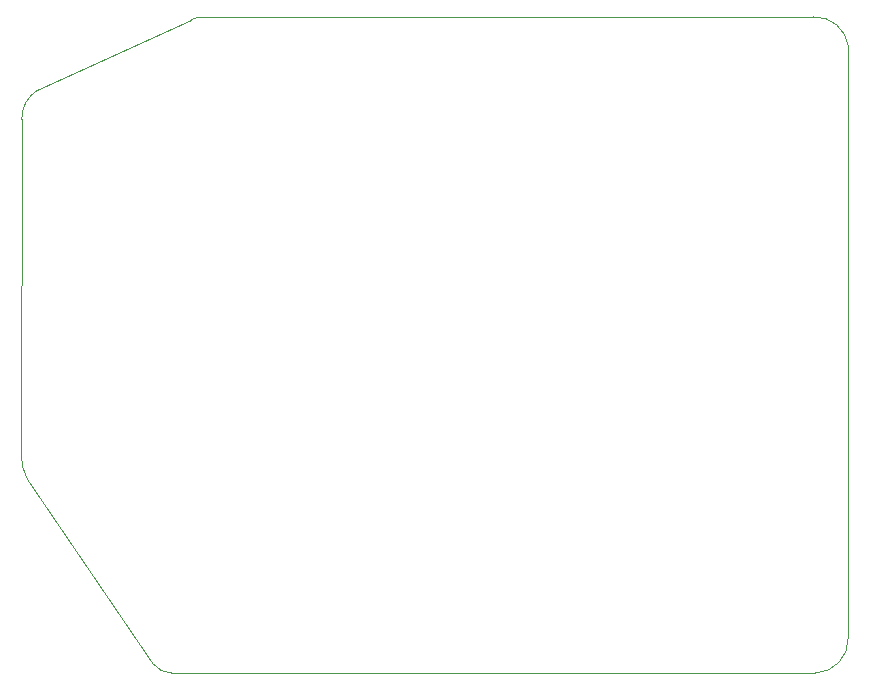
<source format=gbr>
%TF.GenerationSoftware,KiCad,Pcbnew,(6.0.9-0)*%
%TF.CreationDate,2023-04-03T15:52:03-04:00*%
%TF.ProjectId,rcc-pico,7263632d-7069-4636-9f2e-6b696361645f,rev?*%
%TF.SameCoordinates,Original*%
%TF.FileFunction,Profile,NP*%
%FSLAX46Y46*%
G04 Gerber Fmt 4.6, Leading zero omitted, Abs format (unit mm)*
G04 Created by KiCad (PCBNEW (6.0.9-0)) date 2023-04-03 15:52:03*
%MOMM*%
%LPD*%
G01*
G04 APERTURE LIST*
%TA.AperFunction,Profile*%
%ADD10C,0.100000*%
%TD*%
G04 APERTURE END LIST*
D10*
X146275000Y-88850000D02*
X146275000Y-138975000D01*
X87425000Y-141150000D02*
G75*
G03*
X88975000Y-141925000I1572400J1207300D01*
G01*
X143500000Y-141925000D02*
X88975000Y-141925000D01*
X76262500Y-123487500D02*
X76300000Y-95050000D01*
X91775001Y-86399987D02*
G75*
G03*
X90637500Y-86600000I-121301J-2644713D01*
G01*
X143499998Y-141924931D02*
G75*
G03*
X146275000Y-138975000I-91998J2866731D01*
G01*
X91775000Y-86400000D02*
X143325000Y-86375000D01*
X76262505Y-123487500D02*
G75*
G03*
X76775000Y-125500000I4034095J-44200D01*
G01*
X146275073Y-88849990D02*
G75*
G03*
X143325000Y-86375000I-2822073J-368110D01*
G01*
X87425000Y-141150000D02*
X76775000Y-125500000D01*
X77612500Y-92600000D02*
X90637500Y-86600000D01*
X77612479Y-92599967D02*
G75*
G03*
X76300000Y-95050000I1493321J-2376533D01*
G01*
M02*

</source>
